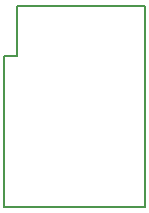
<source format=gm1>
G04 #@! TF.FileFunction,Profile,NP*
%FSLAX46Y46*%
G04 Gerber Fmt 4.6, Leading zero omitted, Abs format (unit mm)*
G04 Created by KiCad (PCBNEW 4.0.6) date 04/21/17 09:42:09*
%MOMM*%
%LPD*%
G01*
G04 APERTURE LIST*
%ADD10C,0.100000*%
%ADD11C,0.150000*%
G04 APERTURE END LIST*
D10*
D11*
X136960000Y-101085000D02*
X138060000Y-101085000D01*
X138060000Y-101085000D02*
X138060000Y-96910000D01*
X136960000Y-113910000D02*
X136960000Y-105410000D01*
X148860000Y-113910000D02*
X136960000Y-113910000D01*
X148860000Y-96910000D02*
X148860000Y-113910000D01*
X138060000Y-96910000D02*
X148860000Y-96910000D01*
X136960000Y-105410000D02*
X136960000Y-101085000D01*
M02*

</source>
